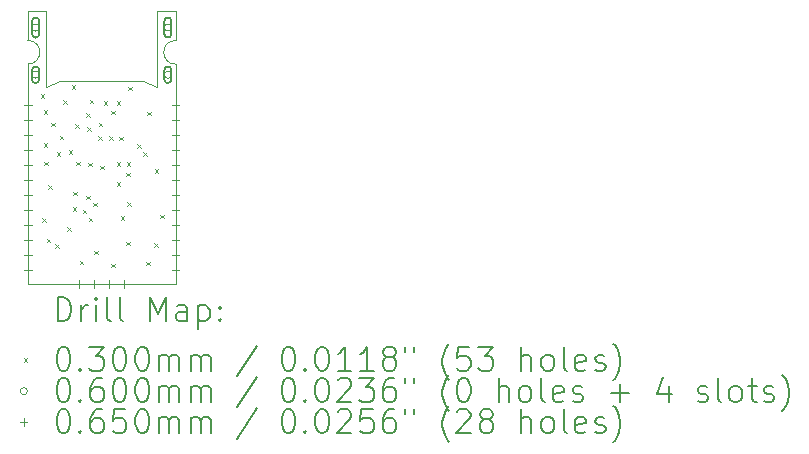
<source format=gbr>
%TF.GenerationSoftware,KiCad,Pcbnew,(6.0.8)*%
%TF.CreationDate,2022-10-30T22:36:45+01:00*%
%TF.ProjectId,epi,6570692e-6b69-4636-9164-5f7063625858,rev?*%
%TF.SameCoordinates,Original*%
%TF.FileFunction,Drillmap*%
%TF.FilePolarity,Positive*%
%FSLAX45Y45*%
G04 Gerber Fmt 4.5, Leading zero omitted, Abs format (unit mm)*
G04 Created by KiCad (PCBNEW (6.0.8)) date 2022-10-30 22:36:45*
%MOMM*%
%LPD*%
G01*
G04 APERTURE LIST*
%ADD10C,0.100000*%
%ADD11C,0.200000*%
%ADD12C,0.030000*%
%ADD13C,0.060000*%
%ADD14C,0.065000*%
G04 APERTURE END LIST*
D10*
X10625000Y-3630000D02*
X10625000Y-3880000D01*
X9375000Y-3630000D02*
X9375000Y-3880000D01*
X9530000Y-4270000D02*
X9650000Y-4220000D01*
X9650000Y-4220000D02*
X10350000Y-4220000D01*
X10625000Y-3880000D02*
G75*
G03*
X10625000Y-4080000I0J-100000D01*
G01*
X9375000Y-4080000D02*
G75*
G03*
X9375000Y-3880000I0J100000D01*
G01*
X10470000Y-3630000D02*
X10625000Y-3630000D01*
X10470000Y-4270000D02*
X10470000Y-3630000D01*
X10625000Y-5940000D02*
X10625000Y-4080000D01*
X9375000Y-5940000D02*
X10625000Y-5940000D01*
X9375000Y-4080000D02*
X9375000Y-5940000D01*
X9375000Y-3630000D02*
X9530000Y-3630000D01*
X9530000Y-3630000D02*
X9530000Y-4270000D01*
X10350000Y-4220000D02*
X10470000Y-4270000D01*
D11*
D12*
X9485000Y-4335000D02*
X9515000Y-4365000D01*
X9515000Y-4335000D02*
X9485000Y-4365000D01*
X9495000Y-5385000D02*
X9525000Y-5415000D01*
X9525000Y-5385000D02*
X9495000Y-5415000D01*
X9507056Y-4750629D02*
X9537056Y-4780629D01*
X9537056Y-4750629D02*
X9507056Y-4780629D01*
X9510000Y-4470000D02*
X9540000Y-4500000D01*
X9540000Y-4470000D02*
X9510000Y-4500000D01*
X9515000Y-4905000D02*
X9545000Y-4935000D01*
X9545000Y-4905000D02*
X9515000Y-4935000D01*
X9535000Y-5560000D02*
X9565000Y-5590000D01*
X9565000Y-5560000D02*
X9535000Y-5590000D01*
X9545000Y-5105000D02*
X9575000Y-5135000D01*
X9575000Y-5105000D02*
X9545000Y-5135000D01*
X9570000Y-4575000D02*
X9600000Y-4605000D01*
X9600000Y-4575000D02*
X9570000Y-4605000D01*
X9605000Y-5605000D02*
X9635000Y-5635000D01*
X9635000Y-5605000D02*
X9605000Y-5635000D01*
X9620000Y-4825000D02*
X9650000Y-4855000D01*
X9650000Y-4825000D02*
X9620000Y-4855000D01*
X9645000Y-4685000D02*
X9675000Y-4715000D01*
X9675000Y-4685000D02*
X9645000Y-4715000D01*
X9675000Y-4385000D02*
X9705000Y-4415000D01*
X9705000Y-4385000D02*
X9675000Y-4415000D01*
X9710000Y-5460000D02*
X9740000Y-5490000D01*
X9740000Y-5460000D02*
X9710000Y-5490000D01*
X9720000Y-4810000D02*
X9750000Y-4840000D01*
X9750000Y-4810000D02*
X9720000Y-4840000D01*
X9745000Y-4260000D02*
X9775000Y-4290000D01*
X9775000Y-4260000D02*
X9745000Y-4290000D01*
X9755000Y-5290000D02*
X9785000Y-5320000D01*
X9785000Y-5290000D02*
X9755000Y-5320000D01*
X9760000Y-5160000D02*
X9790000Y-5190000D01*
X9790000Y-5160000D02*
X9760000Y-5190000D01*
X9775000Y-4590000D02*
X9805000Y-4620000D01*
X9805000Y-4590000D02*
X9775000Y-4620000D01*
X9785000Y-4905000D02*
X9815000Y-4935000D01*
X9815000Y-4905000D02*
X9785000Y-4935000D01*
X9815000Y-5745000D02*
X9845000Y-5775000D01*
X9845000Y-5745000D02*
X9815000Y-5775000D01*
X9840000Y-5315000D02*
X9870000Y-5345000D01*
X9870000Y-5315000D02*
X9840000Y-5345000D01*
X9870000Y-4495000D02*
X9900000Y-4525000D01*
X9900000Y-4495000D02*
X9870000Y-4525000D01*
X9870000Y-5195000D02*
X9900000Y-5225000D01*
X9900000Y-5195000D02*
X9870000Y-5225000D01*
X9875000Y-4615000D02*
X9905000Y-4645000D01*
X9905000Y-4615000D02*
X9875000Y-4645000D01*
X9885000Y-4915000D02*
X9915000Y-4945000D01*
X9915000Y-4915000D02*
X9885000Y-4945000D01*
X9890000Y-5380000D02*
X9920000Y-5410000D01*
X9920000Y-5380000D02*
X9890000Y-5410000D01*
X9900000Y-4380000D02*
X9930000Y-4410000D01*
X9930000Y-4380000D02*
X9900000Y-4410000D01*
X9930000Y-5255000D02*
X9960000Y-5285000D01*
X9960000Y-5255000D02*
X9930000Y-5285000D01*
X9935000Y-5660000D02*
X9965000Y-5690000D01*
X9965000Y-5660000D02*
X9935000Y-5690000D01*
X9970000Y-4690000D02*
X10000000Y-4720000D01*
X10000000Y-4690000D02*
X9970000Y-4720000D01*
X9975000Y-4575000D02*
X10005000Y-4605000D01*
X10005000Y-4575000D02*
X9975000Y-4605000D01*
X9985000Y-4940000D02*
X10015000Y-4970000D01*
X10015000Y-4940000D02*
X9985000Y-4970000D01*
X10015000Y-4395000D02*
X10045000Y-4425000D01*
X10045000Y-4395000D02*
X10015000Y-4425000D01*
X10065000Y-4690000D02*
X10095000Y-4720000D01*
X10095000Y-4690000D02*
X10065000Y-4720000D01*
X10080000Y-4475000D02*
X10110000Y-4505000D01*
X10110000Y-4475000D02*
X10080000Y-4505000D01*
X10080000Y-5770000D02*
X10110000Y-5800000D01*
X10110000Y-5770000D02*
X10080000Y-5800000D01*
X10125000Y-4395000D02*
X10155000Y-4425000D01*
X10155000Y-4395000D02*
X10125000Y-4425000D01*
X10125000Y-4910000D02*
X10155000Y-4940000D01*
X10155000Y-4910000D02*
X10125000Y-4940000D01*
X10125000Y-5080000D02*
X10155000Y-5110000D01*
X10155000Y-5080000D02*
X10125000Y-5110000D01*
X10150000Y-4695000D02*
X10180000Y-4725000D01*
X10180000Y-4695000D02*
X10150000Y-4725000D01*
X10160000Y-5370000D02*
X10190000Y-5400000D01*
X10190000Y-5370000D02*
X10160000Y-5400000D01*
X10205000Y-5000000D02*
X10235000Y-5030000D01*
X10235000Y-5000000D02*
X10205000Y-5030000D01*
X10205000Y-5585000D02*
X10235000Y-5615000D01*
X10235000Y-5585000D02*
X10205000Y-5615000D01*
X10212500Y-4912500D02*
X10242500Y-4942500D01*
X10242500Y-4912500D02*
X10212500Y-4942500D01*
X10215000Y-5250000D02*
X10245000Y-5280000D01*
X10245000Y-5250000D02*
X10215000Y-5280000D01*
X10225000Y-4270000D02*
X10255000Y-4300000D01*
X10255000Y-4270000D02*
X10225000Y-4300000D01*
X10300000Y-4760000D02*
X10330000Y-4790000D01*
X10330000Y-4760000D02*
X10300000Y-4790000D01*
X10350000Y-4825000D02*
X10380000Y-4855000D01*
X10380000Y-4825000D02*
X10350000Y-4855000D01*
X10375000Y-5755000D02*
X10405000Y-5785000D01*
X10405000Y-5755000D02*
X10375000Y-5785000D01*
X10385000Y-4485000D02*
X10415000Y-4515000D01*
X10415000Y-4485000D02*
X10385000Y-4515000D01*
X10445000Y-5595000D02*
X10475000Y-5625000D01*
X10475000Y-5595000D02*
X10445000Y-5625000D01*
X10448500Y-4971500D02*
X10478500Y-5001500D01*
X10478500Y-4971500D02*
X10448500Y-5001500D01*
X10495000Y-5355000D02*
X10525000Y-5385000D01*
X10525000Y-5355000D02*
X10495000Y-5385000D01*
D13*
X9470000Y-3770500D02*
G75*
G03*
X9470000Y-3770500I-30000J0D01*
G01*
D11*
X9410000Y-3715500D02*
X9410000Y-3825500D01*
X9470000Y-3715500D02*
X9470000Y-3825500D01*
X9410000Y-3825500D02*
G75*
G03*
X9470000Y-3825500I30000J0D01*
G01*
X9470000Y-3715500D02*
G75*
G03*
X9410000Y-3715500I-30000J0D01*
G01*
D13*
X9470000Y-4170500D02*
G75*
G03*
X9470000Y-4170500I-30000J0D01*
G01*
D11*
X9410000Y-4130500D02*
X9410000Y-4210500D01*
X9470000Y-4130500D02*
X9470000Y-4210500D01*
X9410000Y-4210500D02*
G75*
G03*
X9470000Y-4210500I30000J0D01*
G01*
X9470000Y-4130500D02*
G75*
G03*
X9410000Y-4130500I-30000J0D01*
G01*
D13*
X10590000Y-3770500D02*
G75*
G03*
X10590000Y-3770500I-30000J0D01*
G01*
D11*
X10530000Y-3715500D02*
X10530000Y-3825500D01*
X10590000Y-3715500D02*
X10590000Y-3825500D01*
X10530000Y-3825500D02*
G75*
G03*
X10590000Y-3825500I30000J0D01*
G01*
X10590000Y-3715500D02*
G75*
G03*
X10530000Y-3715500I-30000J0D01*
G01*
D13*
X10590000Y-4170500D02*
G75*
G03*
X10590000Y-4170500I-30000J0D01*
G01*
D11*
X10530000Y-4130500D02*
X10530000Y-4210500D01*
X10590000Y-4130500D02*
X10590000Y-4210500D01*
X10530000Y-4210500D02*
G75*
G03*
X10590000Y-4210500I30000J0D01*
G01*
X10590000Y-4130500D02*
G75*
G03*
X10530000Y-4130500I-30000J0D01*
G01*
D14*
X9375000Y-4392500D02*
X9375000Y-4457500D01*
X9342500Y-4425000D02*
X9407500Y-4425000D01*
X9375000Y-4519500D02*
X9375000Y-4584500D01*
X9342500Y-4552000D02*
X9407500Y-4552000D01*
X9375000Y-4646500D02*
X9375000Y-4711500D01*
X9342500Y-4679000D02*
X9407500Y-4679000D01*
X9375000Y-4773500D02*
X9375000Y-4838500D01*
X9342500Y-4806000D02*
X9407500Y-4806000D01*
X9375000Y-4900500D02*
X9375000Y-4965500D01*
X9342500Y-4933000D02*
X9407500Y-4933000D01*
X9375000Y-5027500D02*
X9375000Y-5092500D01*
X9342500Y-5060000D02*
X9407500Y-5060000D01*
X9375000Y-5154500D02*
X9375000Y-5219500D01*
X9342500Y-5187000D02*
X9407500Y-5187000D01*
X9375000Y-5281500D02*
X9375000Y-5346500D01*
X9342500Y-5314000D02*
X9407500Y-5314000D01*
X9375000Y-5408500D02*
X9375000Y-5473500D01*
X9342500Y-5441000D02*
X9407500Y-5441000D01*
X9375000Y-5535500D02*
X9375000Y-5600500D01*
X9342500Y-5568000D02*
X9407500Y-5568000D01*
X9375000Y-5662500D02*
X9375000Y-5727500D01*
X9342500Y-5695000D02*
X9407500Y-5695000D01*
X9375000Y-5789500D02*
X9375000Y-5854500D01*
X9342500Y-5822000D02*
X9407500Y-5822000D01*
X9809000Y-5907500D02*
X9809000Y-5972500D01*
X9776500Y-5940000D02*
X9841500Y-5940000D01*
X9936000Y-5907500D02*
X9936000Y-5972500D01*
X9903500Y-5940000D02*
X9968500Y-5940000D01*
X10063000Y-5907500D02*
X10063000Y-5972500D01*
X10030500Y-5940000D02*
X10095500Y-5940000D01*
X10190000Y-5907500D02*
X10190000Y-5972500D01*
X10157500Y-5940000D02*
X10222500Y-5940000D01*
X10625000Y-4392500D02*
X10625000Y-4457500D01*
X10592500Y-4425000D02*
X10657500Y-4425000D01*
X10625000Y-4519500D02*
X10625000Y-4584500D01*
X10592500Y-4552000D02*
X10657500Y-4552000D01*
X10625000Y-4646500D02*
X10625000Y-4711500D01*
X10592500Y-4679000D02*
X10657500Y-4679000D01*
X10625000Y-4773500D02*
X10625000Y-4838500D01*
X10592500Y-4806000D02*
X10657500Y-4806000D01*
X10625000Y-4900500D02*
X10625000Y-4965500D01*
X10592500Y-4933000D02*
X10657500Y-4933000D01*
X10625000Y-5027500D02*
X10625000Y-5092500D01*
X10592500Y-5060000D02*
X10657500Y-5060000D01*
X10625000Y-5154500D02*
X10625000Y-5219500D01*
X10592500Y-5187000D02*
X10657500Y-5187000D01*
X10625000Y-5281500D02*
X10625000Y-5346500D01*
X10592500Y-5314000D02*
X10657500Y-5314000D01*
X10625000Y-5408500D02*
X10625000Y-5473500D01*
X10592500Y-5441000D02*
X10657500Y-5441000D01*
X10625000Y-5535500D02*
X10625000Y-5600500D01*
X10592500Y-5568000D02*
X10657500Y-5568000D01*
X10625000Y-5662500D02*
X10625000Y-5727500D01*
X10592500Y-5695000D02*
X10657500Y-5695000D01*
X10625000Y-5789500D02*
X10625000Y-5854500D01*
X10592500Y-5822000D02*
X10657500Y-5822000D01*
D11*
X9627619Y-6255476D02*
X9627619Y-6055476D01*
X9675238Y-6055476D01*
X9703810Y-6065000D01*
X9722857Y-6084048D01*
X9732381Y-6103095D01*
X9741905Y-6141190D01*
X9741905Y-6169762D01*
X9732381Y-6207857D01*
X9722857Y-6226905D01*
X9703810Y-6245952D01*
X9675238Y-6255476D01*
X9627619Y-6255476D01*
X9827619Y-6255476D02*
X9827619Y-6122143D01*
X9827619Y-6160238D02*
X9837143Y-6141190D01*
X9846667Y-6131667D01*
X9865714Y-6122143D01*
X9884762Y-6122143D01*
X9951429Y-6255476D02*
X9951429Y-6122143D01*
X9951429Y-6055476D02*
X9941905Y-6065000D01*
X9951429Y-6074524D01*
X9960952Y-6065000D01*
X9951429Y-6055476D01*
X9951429Y-6074524D01*
X10075238Y-6255476D02*
X10056190Y-6245952D01*
X10046667Y-6226905D01*
X10046667Y-6055476D01*
X10180000Y-6255476D02*
X10160952Y-6245952D01*
X10151429Y-6226905D01*
X10151429Y-6055476D01*
X10408571Y-6255476D02*
X10408571Y-6055476D01*
X10475238Y-6198333D01*
X10541905Y-6055476D01*
X10541905Y-6255476D01*
X10722857Y-6255476D02*
X10722857Y-6150714D01*
X10713333Y-6131667D01*
X10694286Y-6122143D01*
X10656190Y-6122143D01*
X10637143Y-6131667D01*
X10722857Y-6245952D02*
X10703810Y-6255476D01*
X10656190Y-6255476D01*
X10637143Y-6245952D01*
X10627619Y-6226905D01*
X10627619Y-6207857D01*
X10637143Y-6188809D01*
X10656190Y-6179286D01*
X10703810Y-6179286D01*
X10722857Y-6169762D01*
X10818095Y-6122143D02*
X10818095Y-6322143D01*
X10818095Y-6131667D02*
X10837143Y-6122143D01*
X10875238Y-6122143D01*
X10894286Y-6131667D01*
X10903810Y-6141190D01*
X10913333Y-6160238D01*
X10913333Y-6217381D01*
X10903810Y-6236428D01*
X10894286Y-6245952D01*
X10875238Y-6255476D01*
X10837143Y-6255476D01*
X10818095Y-6245952D01*
X10999048Y-6236428D02*
X11008571Y-6245952D01*
X10999048Y-6255476D01*
X10989524Y-6245952D01*
X10999048Y-6236428D01*
X10999048Y-6255476D01*
X10999048Y-6131667D02*
X11008571Y-6141190D01*
X10999048Y-6150714D01*
X10989524Y-6141190D01*
X10999048Y-6131667D01*
X10999048Y-6150714D01*
D12*
X9340000Y-6570000D02*
X9370000Y-6600000D01*
X9370000Y-6570000D02*
X9340000Y-6600000D01*
D11*
X9665714Y-6475476D02*
X9684762Y-6475476D01*
X9703810Y-6485000D01*
X9713333Y-6494524D01*
X9722857Y-6513571D01*
X9732381Y-6551667D01*
X9732381Y-6599286D01*
X9722857Y-6637381D01*
X9713333Y-6656428D01*
X9703810Y-6665952D01*
X9684762Y-6675476D01*
X9665714Y-6675476D01*
X9646667Y-6665952D01*
X9637143Y-6656428D01*
X9627619Y-6637381D01*
X9618095Y-6599286D01*
X9618095Y-6551667D01*
X9627619Y-6513571D01*
X9637143Y-6494524D01*
X9646667Y-6485000D01*
X9665714Y-6475476D01*
X9818095Y-6656428D02*
X9827619Y-6665952D01*
X9818095Y-6675476D01*
X9808571Y-6665952D01*
X9818095Y-6656428D01*
X9818095Y-6675476D01*
X9894286Y-6475476D02*
X10018095Y-6475476D01*
X9951429Y-6551667D01*
X9980000Y-6551667D01*
X9999048Y-6561190D01*
X10008571Y-6570714D01*
X10018095Y-6589762D01*
X10018095Y-6637381D01*
X10008571Y-6656428D01*
X9999048Y-6665952D01*
X9980000Y-6675476D01*
X9922857Y-6675476D01*
X9903810Y-6665952D01*
X9894286Y-6656428D01*
X10141905Y-6475476D02*
X10160952Y-6475476D01*
X10180000Y-6485000D01*
X10189524Y-6494524D01*
X10199048Y-6513571D01*
X10208571Y-6551667D01*
X10208571Y-6599286D01*
X10199048Y-6637381D01*
X10189524Y-6656428D01*
X10180000Y-6665952D01*
X10160952Y-6675476D01*
X10141905Y-6675476D01*
X10122857Y-6665952D01*
X10113333Y-6656428D01*
X10103810Y-6637381D01*
X10094286Y-6599286D01*
X10094286Y-6551667D01*
X10103810Y-6513571D01*
X10113333Y-6494524D01*
X10122857Y-6485000D01*
X10141905Y-6475476D01*
X10332381Y-6475476D02*
X10351429Y-6475476D01*
X10370476Y-6485000D01*
X10380000Y-6494524D01*
X10389524Y-6513571D01*
X10399048Y-6551667D01*
X10399048Y-6599286D01*
X10389524Y-6637381D01*
X10380000Y-6656428D01*
X10370476Y-6665952D01*
X10351429Y-6675476D01*
X10332381Y-6675476D01*
X10313333Y-6665952D01*
X10303810Y-6656428D01*
X10294286Y-6637381D01*
X10284762Y-6599286D01*
X10284762Y-6551667D01*
X10294286Y-6513571D01*
X10303810Y-6494524D01*
X10313333Y-6485000D01*
X10332381Y-6475476D01*
X10484762Y-6675476D02*
X10484762Y-6542143D01*
X10484762Y-6561190D02*
X10494286Y-6551667D01*
X10513333Y-6542143D01*
X10541905Y-6542143D01*
X10560952Y-6551667D01*
X10570476Y-6570714D01*
X10570476Y-6675476D01*
X10570476Y-6570714D02*
X10580000Y-6551667D01*
X10599048Y-6542143D01*
X10627619Y-6542143D01*
X10646667Y-6551667D01*
X10656190Y-6570714D01*
X10656190Y-6675476D01*
X10751429Y-6675476D02*
X10751429Y-6542143D01*
X10751429Y-6561190D02*
X10760952Y-6551667D01*
X10780000Y-6542143D01*
X10808571Y-6542143D01*
X10827619Y-6551667D01*
X10837143Y-6570714D01*
X10837143Y-6675476D01*
X10837143Y-6570714D02*
X10846667Y-6551667D01*
X10865714Y-6542143D01*
X10894286Y-6542143D01*
X10913333Y-6551667D01*
X10922857Y-6570714D01*
X10922857Y-6675476D01*
X11313333Y-6465952D02*
X11141905Y-6723095D01*
X11570476Y-6475476D02*
X11589524Y-6475476D01*
X11608571Y-6485000D01*
X11618095Y-6494524D01*
X11627619Y-6513571D01*
X11637143Y-6551667D01*
X11637143Y-6599286D01*
X11627619Y-6637381D01*
X11618095Y-6656428D01*
X11608571Y-6665952D01*
X11589524Y-6675476D01*
X11570476Y-6675476D01*
X11551428Y-6665952D01*
X11541905Y-6656428D01*
X11532381Y-6637381D01*
X11522857Y-6599286D01*
X11522857Y-6551667D01*
X11532381Y-6513571D01*
X11541905Y-6494524D01*
X11551428Y-6485000D01*
X11570476Y-6475476D01*
X11722857Y-6656428D02*
X11732381Y-6665952D01*
X11722857Y-6675476D01*
X11713333Y-6665952D01*
X11722857Y-6656428D01*
X11722857Y-6675476D01*
X11856190Y-6475476D02*
X11875238Y-6475476D01*
X11894286Y-6485000D01*
X11903809Y-6494524D01*
X11913333Y-6513571D01*
X11922857Y-6551667D01*
X11922857Y-6599286D01*
X11913333Y-6637381D01*
X11903809Y-6656428D01*
X11894286Y-6665952D01*
X11875238Y-6675476D01*
X11856190Y-6675476D01*
X11837143Y-6665952D01*
X11827619Y-6656428D01*
X11818095Y-6637381D01*
X11808571Y-6599286D01*
X11808571Y-6551667D01*
X11818095Y-6513571D01*
X11827619Y-6494524D01*
X11837143Y-6485000D01*
X11856190Y-6475476D01*
X12113333Y-6675476D02*
X11999048Y-6675476D01*
X12056190Y-6675476D02*
X12056190Y-6475476D01*
X12037143Y-6504048D01*
X12018095Y-6523095D01*
X11999048Y-6532619D01*
X12303809Y-6675476D02*
X12189524Y-6675476D01*
X12246667Y-6675476D02*
X12246667Y-6475476D01*
X12227619Y-6504048D01*
X12208571Y-6523095D01*
X12189524Y-6532619D01*
X12418095Y-6561190D02*
X12399048Y-6551667D01*
X12389524Y-6542143D01*
X12380000Y-6523095D01*
X12380000Y-6513571D01*
X12389524Y-6494524D01*
X12399048Y-6485000D01*
X12418095Y-6475476D01*
X12456190Y-6475476D01*
X12475238Y-6485000D01*
X12484762Y-6494524D01*
X12494286Y-6513571D01*
X12494286Y-6523095D01*
X12484762Y-6542143D01*
X12475238Y-6551667D01*
X12456190Y-6561190D01*
X12418095Y-6561190D01*
X12399048Y-6570714D01*
X12389524Y-6580238D01*
X12380000Y-6599286D01*
X12380000Y-6637381D01*
X12389524Y-6656428D01*
X12399048Y-6665952D01*
X12418095Y-6675476D01*
X12456190Y-6675476D01*
X12475238Y-6665952D01*
X12484762Y-6656428D01*
X12494286Y-6637381D01*
X12494286Y-6599286D01*
X12484762Y-6580238D01*
X12475238Y-6570714D01*
X12456190Y-6561190D01*
X12570476Y-6475476D02*
X12570476Y-6513571D01*
X12646667Y-6475476D02*
X12646667Y-6513571D01*
X12941905Y-6751667D02*
X12932381Y-6742143D01*
X12913333Y-6713571D01*
X12903809Y-6694524D01*
X12894286Y-6665952D01*
X12884762Y-6618333D01*
X12884762Y-6580238D01*
X12894286Y-6532619D01*
X12903809Y-6504048D01*
X12913333Y-6485000D01*
X12932381Y-6456428D01*
X12941905Y-6446905D01*
X13113333Y-6475476D02*
X13018095Y-6475476D01*
X13008571Y-6570714D01*
X13018095Y-6561190D01*
X13037143Y-6551667D01*
X13084762Y-6551667D01*
X13103809Y-6561190D01*
X13113333Y-6570714D01*
X13122857Y-6589762D01*
X13122857Y-6637381D01*
X13113333Y-6656428D01*
X13103809Y-6665952D01*
X13084762Y-6675476D01*
X13037143Y-6675476D01*
X13018095Y-6665952D01*
X13008571Y-6656428D01*
X13189524Y-6475476D02*
X13313333Y-6475476D01*
X13246667Y-6551667D01*
X13275238Y-6551667D01*
X13294286Y-6561190D01*
X13303809Y-6570714D01*
X13313333Y-6589762D01*
X13313333Y-6637381D01*
X13303809Y-6656428D01*
X13294286Y-6665952D01*
X13275238Y-6675476D01*
X13218095Y-6675476D01*
X13199048Y-6665952D01*
X13189524Y-6656428D01*
X13551428Y-6675476D02*
X13551428Y-6475476D01*
X13637143Y-6675476D02*
X13637143Y-6570714D01*
X13627619Y-6551667D01*
X13608571Y-6542143D01*
X13580000Y-6542143D01*
X13560952Y-6551667D01*
X13551428Y-6561190D01*
X13760952Y-6675476D02*
X13741905Y-6665952D01*
X13732381Y-6656428D01*
X13722857Y-6637381D01*
X13722857Y-6580238D01*
X13732381Y-6561190D01*
X13741905Y-6551667D01*
X13760952Y-6542143D01*
X13789524Y-6542143D01*
X13808571Y-6551667D01*
X13818095Y-6561190D01*
X13827619Y-6580238D01*
X13827619Y-6637381D01*
X13818095Y-6656428D01*
X13808571Y-6665952D01*
X13789524Y-6675476D01*
X13760952Y-6675476D01*
X13941905Y-6675476D02*
X13922857Y-6665952D01*
X13913333Y-6646905D01*
X13913333Y-6475476D01*
X14094286Y-6665952D02*
X14075238Y-6675476D01*
X14037143Y-6675476D01*
X14018095Y-6665952D01*
X14008571Y-6646905D01*
X14008571Y-6570714D01*
X14018095Y-6551667D01*
X14037143Y-6542143D01*
X14075238Y-6542143D01*
X14094286Y-6551667D01*
X14103809Y-6570714D01*
X14103809Y-6589762D01*
X14008571Y-6608809D01*
X14180000Y-6665952D02*
X14199048Y-6675476D01*
X14237143Y-6675476D01*
X14256190Y-6665952D01*
X14265714Y-6646905D01*
X14265714Y-6637381D01*
X14256190Y-6618333D01*
X14237143Y-6608809D01*
X14208571Y-6608809D01*
X14189524Y-6599286D01*
X14180000Y-6580238D01*
X14180000Y-6570714D01*
X14189524Y-6551667D01*
X14208571Y-6542143D01*
X14237143Y-6542143D01*
X14256190Y-6551667D01*
X14332381Y-6751667D02*
X14341905Y-6742143D01*
X14360952Y-6713571D01*
X14370476Y-6694524D01*
X14380000Y-6665952D01*
X14389524Y-6618333D01*
X14389524Y-6580238D01*
X14380000Y-6532619D01*
X14370476Y-6504048D01*
X14360952Y-6485000D01*
X14341905Y-6456428D01*
X14332381Y-6446905D01*
D13*
X9370000Y-6849000D02*
G75*
G03*
X9370000Y-6849000I-30000J0D01*
G01*
D11*
X9665714Y-6739476D02*
X9684762Y-6739476D01*
X9703810Y-6749000D01*
X9713333Y-6758524D01*
X9722857Y-6777571D01*
X9732381Y-6815667D01*
X9732381Y-6863286D01*
X9722857Y-6901381D01*
X9713333Y-6920428D01*
X9703810Y-6929952D01*
X9684762Y-6939476D01*
X9665714Y-6939476D01*
X9646667Y-6929952D01*
X9637143Y-6920428D01*
X9627619Y-6901381D01*
X9618095Y-6863286D01*
X9618095Y-6815667D01*
X9627619Y-6777571D01*
X9637143Y-6758524D01*
X9646667Y-6749000D01*
X9665714Y-6739476D01*
X9818095Y-6920428D02*
X9827619Y-6929952D01*
X9818095Y-6939476D01*
X9808571Y-6929952D01*
X9818095Y-6920428D01*
X9818095Y-6939476D01*
X9999048Y-6739476D02*
X9960952Y-6739476D01*
X9941905Y-6749000D01*
X9932381Y-6758524D01*
X9913333Y-6787095D01*
X9903810Y-6825190D01*
X9903810Y-6901381D01*
X9913333Y-6920428D01*
X9922857Y-6929952D01*
X9941905Y-6939476D01*
X9980000Y-6939476D01*
X9999048Y-6929952D01*
X10008571Y-6920428D01*
X10018095Y-6901381D01*
X10018095Y-6853762D01*
X10008571Y-6834714D01*
X9999048Y-6825190D01*
X9980000Y-6815667D01*
X9941905Y-6815667D01*
X9922857Y-6825190D01*
X9913333Y-6834714D01*
X9903810Y-6853762D01*
X10141905Y-6739476D02*
X10160952Y-6739476D01*
X10180000Y-6749000D01*
X10189524Y-6758524D01*
X10199048Y-6777571D01*
X10208571Y-6815667D01*
X10208571Y-6863286D01*
X10199048Y-6901381D01*
X10189524Y-6920428D01*
X10180000Y-6929952D01*
X10160952Y-6939476D01*
X10141905Y-6939476D01*
X10122857Y-6929952D01*
X10113333Y-6920428D01*
X10103810Y-6901381D01*
X10094286Y-6863286D01*
X10094286Y-6815667D01*
X10103810Y-6777571D01*
X10113333Y-6758524D01*
X10122857Y-6749000D01*
X10141905Y-6739476D01*
X10332381Y-6739476D02*
X10351429Y-6739476D01*
X10370476Y-6749000D01*
X10380000Y-6758524D01*
X10389524Y-6777571D01*
X10399048Y-6815667D01*
X10399048Y-6863286D01*
X10389524Y-6901381D01*
X10380000Y-6920428D01*
X10370476Y-6929952D01*
X10351429Y-6939476D01*
X10332381Y-6939476D01*
X10313333Y-6929952D01*
X10303810Y-6920428D01*
X10294286Y-6901381D01*
X10284762Y-6863286D01*
X10284762Y-6815667D01*
X10294286Y-6777571D01*
X10303810Y-6758524D01*
X10313333Y-6749000D01*
X10332381Y-6739476D01*
X10484762Y-6939476D02*
X10484762Y-6806143D01*
X10484762Y-6825190D02*
X10494286Y-6815667D01*
X10513333Y-6806143D01*
X10541905Y-6806143D01*
X10560952Y-6815667D01*
X10570476Y-6834714D01*
X10570476Y-6939476D01*
X10570476Y-6834714D02*
X10580000Y-6815667D01*
X10599048Y-6806143D01*
X10627619Y-6806143D01*
X10646667Y-6815667D01*
X10656190Y-6834714D01*
X10656190Y-6939476D01*
X10751429Y-6939476D02*
X10751429Y-6806143D01*
X10751429Y-6825190D02*
X10760952Y-6815667D01*
X10780000Y-6806143D01*
X10808571Y-6806143D01*
X10827619Y-6815667D01*
X10837143Y-6834714D01*
X10837143Y-6939476D01*
X10837143Y-6834714D02*
X10846667Y-6815667D01*
X10865714Y-6806143D01*
X10894286Y-6806143D01*
X10913333Y-6815667D01*
X10922857Y-6834714D01*
X10922857Y-6939476D01*
X11313333Y-6729952D02*
X11141905Y-6987095D01*
X11570476Y-6739476D02*
X11589524Y-6739476D01*
X11608571Y-6749000D01*
X11618095Y-6758524D01*
X11627619Y-6777571D01*
X11637143Y-6815667D01*
X11637143Y-6863286D01*
X11627619Y-6901381D01*
X11618095Y-6920428D01*
X11608571Y-6929952D01*
X11589524Y-6939476D01*
X11570476Y-6939476D01*
X11551428Y-6929952D01*
X11541905Y-6920428D01*
X11532381Y-6901381D01*
X11522857Y-6863286D01*
X11522857Y-6815667D01*
X11532381Y-6777571D01*
X11541905Y-6758524D01*
X11551428Y-6749000D01*
X11570476Y-6739476D01*
X11722857Y-6920428D02*
X11732381Y-6929952D01*
X11722857Y-6939476D01*
X11713333Y-6929952D01*
X11722857Y-6920428D01*
X11722857Y-6939476D01*
X11856190Y-6739476D02*
X11875238Y-6739476D01*
X11894286Y-6749000D01*
X11903809Y-6758524D01*
X11913333Y-6777571D01*
X11922857Y-6815667D01*
X11922857Y-6863286D01*
X11913333Y-6901381D01*
X11903809Y-6920428D01*
X11894286Y-6929952D01*
X11875238Y-6939476D01*
X11856190Y-6939476D01*
X11837143Y-6929952D01*
X11827619Y-6920428D01*
X11818095Y-6901381D01*
X11808571Y-6863286D01*
X11808571Y-6815667D01*
X11818095Y-6777571D01*
X11827619Y-6758524D01*
X11837143Y-6749000D01*
X11856190Y-6739476D01*
X11999048Y-6758524D02*
X12008571Y-6749000D01*
X12027619Y-6739476D01*
X12075238Y-6739476D01*
X12094286Y-6749000D01*
X12103809Y-6758524D01*
X12113333Y-6777571D01*
X12113333Y-6796619D01*
X12103809Y-6825190D01*
X11989524Y-6939476D01*
X12113333Y-6939476D01*
X12180000Y-6739476D02*
X12303809Y-6739476D01*
X12237143Y-6815667D01*
X12265714Y-6815667D01*
X12284762Y-6825190D01*
X12294286Y-6834714D01*
X12303809Y-6853762D01*
X12303809Y-6901381D01*
X12294286Y-6920428D01*
X12284762Y-6929952D01*
X12265714Y-6939476D01*
X12208571Y-6939476D01*
X12189524Y-6929952D01*
X12180000Y-6920428D01*
X12475238Y-6739476D02*
X12437143Y-6739476D01*
X12418095Y-6749000D01*
X12408571Y-6758524D01*
X12389524Y-6787095D01*
X12380000Y-6825190D01*
X12380000Y-6901381D01*
X12389524Y-6920428D01*
X12399048Y-6929952D01*
X12418095Y-6939476D01*
X12456190Y-6939476D01*
X12475238Y-6929952D01*
X12484762Y-6920428D01*
X12494286Y-6901381D01*
X12494286Y-6853762D01*
X12484762Y-6834714D01*
X12475238Y-6825190D01*
X12456190Y-6815667D01*
X12418095Y-6815667D01*
X12399048Y-6825190D01*
X12389524Y-6834714D01*
X12380000Y-6853762D01*
X12570476Y-6739476D02*
X12570476Y-6777571D01*
X12646667Y-6739476D02*
X12646667Y-6777571D01*
X12941905Y-7015667D02*
X12932381Y-7006143D01*
X12913333Y-6977571D01*
X12903809Y-6958524D01*
X12894286Y-6929952D01*
X12884762Y-6882333D01*
X12884762Y-6844238D01*
X12894286Y-6796619D01*
X12903809Y-6768048D01*
X12913333Y-6749000D01*
X12932381Y-6720428D01*
X12941905Y-6710905D01*
X13056190Y-6739476D02*
X13075238Y-6739476D01*
X13094286Y-6749000D01*
X13103809Y-6758524D01*
X13113333Y-6777571D01*
X13122857Y-6815667D01*
X13122857Y-6863286D01*
X13113333Y-6901381D01*
X13103809Y-6920428D01*
X13094286Y-6929952D01*
X13075238Y-6939476D01*
X13056190Y-6939476D01*
X13037143Y-6929952D01*
X13027619Y-6920428D01*
X13018095Y-6901381D01*
X13008571Y-6863286D01*
X13008571Y-6815667D01*
X13018095Y-6777571D01*
X13027619Y-6758524D01*
X13037143Y-6749000D01*
X13056190Y-6739476D01*
X13360952Y-6939476D02*
X13360952Y-6739476D01*
X13446667Y-6939476D02*
X13446667Y-6834714D01*
X13437143Y-6815667D01*
X13418095Y-6806143D01*
X13389524Y-6806143D01*
X13370476Y-6815667D01*
X13360952Y-6825190D01*
X13570476Y-6939476D02*
X13551428Y-6929952D01*
X13541905Y-6920428D01*
X13532381Y-6901381D01*
X13532381Y-6844238D01*
X13541905Y-6825190D01*
X13551428Y-6815667D01*
X13570476Y-6806143D01*
X13599048Y-6806143D01*
X13618095Y-6815667D01*
X13627619Y-6825190D01*
X13637143Y-6844238D01*
X13637143Y-6901381D01*
X13627619Y-6920428D01*
X13618095Y-6929952D01*
X13599048Y-6939476D01*
X13570476Y-6939476D01*
X13751428Y-6939476D02*
X13732381Y-6929952D01*
X13722857Y-6910905D01*
X13722857Y-6739476D01*
X13903809Y-6929952D02*
X13884762Y-6939476D01*
X13846667Y-6939476D01*
X13827619Y-6929952D01*
X13818095Y-6910905D01*
X13818095Y-6834714D01*
X13827619Y-6815667D01*
X13846667Y-6806143D01*
X13884762Y-6806143D01*
X13903809Y-6815667D01*
X13913333Y-6834714D01*
X13913333Y-6853762D01*
X13818095Y-6872809D01*
X13989524Y-6929952D02*
X14008571Y-6939476D01*
X14046667Y-6939476D01*
X14065714Y-6929952D01*
X14075238Y-6910905D01*
X14075238Y-6901381D01*
X14065714Y-6882333D01*
X14046667Y-6872809D01*
X14018095Y-6872809D01*
X13999048Y-6863286D01*
X13989524Y-6844238D01*
X13989524Y-6834714D01*
X13999048Y-6815667D01*
X14018095Y-6806143D01*
X14046667Y-6806143D01*
X14065714Y-6815667D01*
X14313333Y-6863286D02*
X14465714Y-6863286D01*
X14389524Y-6939476D02*
X14389524Y-6787095D01*
X14799048Y-6806143D02*
X14799048Y-6939476D01*
X14751428Y-6729952D02*
X14703809Y-6872809D01*
X14827619Y-6872809D01*
X15046667Y-6929952D02*
X15065714Y-6939476D01*
X15103809Y-6939476D01*
X15122857Y-6929952D01*
X15132381Y-6910905D01*
X15132381Y-6901381D01*
X15122857Y-6882333D01*
X15103809Y-6872809D01*
X15075238Y-6872809D01*
X15056190Y-6863286D01*
X15046667Y-6844238D01*
X15046667Y-6834714D01*
X15056190Y-6815667D01*
X15075238Y-6806143D01*
X15103809Y-6806143D01*
X15122857Y-6815667D01*
X15246667Y-6939476D02*
X15227619Y-6929952D01*
X15218095Y-6910905D01*
X15218095Y-6739476D01*
X15351428Y-6939476D02*
X15332381Y-6929952D01*
X15322857Y-6920428D01*
X15313333Y-6901381D01*
X15313333Y-6844238D01*
X15322857Y-6825190D01*
X15332381Y-6815667D01*
X15351428Y-6806143D01*
X15380000Y-6806143D01*
X15399048Y-6815667D01*
X15408571Y-6825190D01*
X15418095Y-6844238D01*
X15418095Y-6901381D01*
X15408571Y-6920428D01*
X15399048Y-6929952D01*
X15380000Y-6939476D01*
X15351428Y-6939476D01*
X15475238Y-6806143D02*
X15551428Y-6806143D01*
X15503809Y-6739476D02*
X15503809Y-6910905D01*
X15513333Y-6929952D01*
X15532381Y-6939476D01*
X15551428Y-6939476D01*
X15608571Y-6929952D02*
X15627619Y-6939476D01*
X15665714Y-6939476D01*
X15684762Y-6929952D01*
X15694286Y-6910905D01*
X15694286Y-6901381D01*
X15684762Y-6882333D01*
X15665714Y-6872809D01*
X15637143Y-6872809D01*
X15618095Y-6863286D01*
X15608571Y-6844238D01*
X15608571Y-6834714D01*
X15618095Y-6815667D01*
X15637143Y-6806143D01*
X15665714Y-6806143D01*
X15684762Y-6815667D01*
X15760952Y-7015667D02*
X15770476Y-7006143D01*
X15789524Y-6977571D01*
X15799048Y-6958524D01*
X15808571Y-6929952D01*
X15818095Y-6882333D01*
X15818095Y-6844238D01*
X15808571Y-6796619D01*
X15799048Y-6768048D01*
X15789524Y-6749000D01*
X15770476Y-6720428D01*
X15760952Y-6710905D01*
D14*
X9337500Y-7080500D02*
X9337500Y-7145500D01*
X9305000Y-7113000D02*
X9370000Y-7113000D01*
D11*
X9665714Y-7003476D02*
X9684762Y-7003476D01*
X9703810Y-7013000D01*
X9713333Y-7022524D01*
X9722857Y-7041571D01*
X9732381Y-7079667D01*
X9732381Y-7127286D01*
X9722857Y-7165381D01*
X9713333Y-7184428D01*
X9703810Y-7193952D01*
X9684762Y-7203476D01*
X9665714Y-7203476D01*
X9646667Y-7193952D01*
X9637143Y-7184428D01*
X9627619Y-7165381D01*
X9618095Y-7127286D01*
X9618095Y-7079667D01*
X9627619Y-7041571D01*
X9637143Y-7022524D01*
X9646667Y-7013000D01*
X9665714Y-7003476D01*
X9818095Y-7184428D02*
X9827619Y-7193952D01*
X9818095Y-7203476D01*
X9808571Y-7193952D01*
X9818095Y-7184428D01*
X9818095Y-7203476D01*
X9999048Y-7003476D02*
X9960952Y-7003476D01*
X9941905Y-7013000D01*
X9932381Y-7022524D01*
X9913333Y-7051095D01*
X9903810Y-7089190D01*
X9903810Y-7165381D01*
X9913333Y-7184428D01*
X9922857Y-7193952D01*
X9941905Y-7203476D01*
X9980000Y-7203476D01*
X9999048Y-7193952D01*
X10008571Y-7184428D01*
X10018095Y-7165381D01*
X10018095Y-7117762D01*
X10008571Y-7098714D01*
X9999048Y-7089190D01*
X9980000Y-7079667D01*
X9941905Y-7079667D01*
X9922857Y-7089190D01*
X9913333Y-7098714D01*
X9903810Y-7117762D01*
X10199048Y-7003476D02*
X10103810Y-7003476D01*
X10094286Y-7098714D01*
X10103810Y-7089190D01*
X10122857Y-7079667D01*
X10170476Y-7079667D01*
X10189524Y-7089190D01*
X10199048Y-7098714D01*
X10208571Y-7117762D01*
X10208571Y-7165381D01*
X10199048Y-7184428D01*
X10189524Y-7193952D01*
X10170476Y-7203476D01*
X10122857Y-7203476D01*
X10103810Y-7193952D01*
X10094286Y-7184428D01*
X10332381Y-7003476D02*
X10351429Y-7003476D01*
X10370476Y-7013000D01*
X10380000Y-7022524D01*
X10389524Y-7041571D01*
X10399048Y-7079667D01*
X10399048Y-7127286D01*
X10389524Y-7165381D01*
X10380000Y-7184428D01*
X10370476Y-7193952D01*
X10351429Y-7203476D01*
X10332381Y-7203476D01*
X10313333Y-7193952D01*
X10303810Y-7184428D01*
X10294286Y-7165381D01*
X10284762Y-7127286D01*
X10284762Y-7079667D01*
X10294286Y-7041571D01*
X10303810Y-7022524D01*
X10313333Y-7013000D01*
X10332381Y-7003476D01*
X10484762Y-7203476D02*
X10484762Y-7070143D01*
X10484762Y-7089190D02*
X10494286Y-7079667D01*
X10513333Y-7070143D01*
X10541905Y-7070143D01*
X10560952Y-7079667D01*
X10570476Y-7098714D01*
X10570476Y-7203476D01*
X10570476Y-7098714D02*
X10580000Y-7079667D01*
X10599048Y-7070143D01*
X10627619Y-7070143D01*
X10646667Y-7079667D01*
X10656190Y-7098714D01*
X10656190Y-7203476D01*
X10751429Y-7203476D02*
X10751429Y-7070143D01*
X10751429Y-7089190D02*
X10760952Y-7079667D01*
X10780000Y-7070143D01*
X10808571Y-7070143D01*
X10827619Y-7079667D01*
X10837143Y-7098714D01*
X10837143Y-7203476D01*
X10837143Y-7098714D02*
X10846667Y-7079667D01*
X10865714Y-7070143D01*
X10894286Y-7070143D01*
X10913333Y-7079667D01*
X10922857Y-7098714D01*
X10922857Y-7203476D01*
X11313333Y-6993952D02*
X11141905Y-7251095D01*
X11570476Y-7003476D02*
X11589524Y-7003476D01*
X11608571Y-7013000D01*
X11618095Y-7022524D01*
X11627619Y-7041571D01*
X11637143Y-7079667D01*
X11637143Y-7127286D01*
X11627619Y-7165381D01*
X11618095Y-7184428D01*
X11608571Y-7193952D01*
X11589524Y-7203476D01*
X11570476Y-7203476D01*
X11551428Y-7193952D01*
X11541905Y-7184428D01*
X11532381Y-7165381D01*
X11522857Y-7127286D01*
X11522857Y-7079667D01*
X11532381Y-7041571D01*
X11541905Y-7022524D01*
X11551428Y-7013000D01*
X11570476Y-7003476D01*
X11722857Y-7184428D02*
X11732381Y-7193952D01*
X11722857Y-7203476D01*
X11713333Y-7193952D01*
X11722857Y-7184428D01*
X11722857Y-7203476D01*
X11856190Y-7003476D02*
X11875238Y-7003476D01*
X11894286Y-7013000D01*
X11903809Y-7022524D01*
X11913333Y-7041571D01*
X11922857Y-7079667D01*
X11922857Y-7127286D01*
X11913333Y-7165381D01*
X11903809Y-7184428D01*
X11894286Y-7193952D01*
X11875238Y-7203476D01*
X11856190Y-7203476D01*
X11837143Y-7193952D01*
X11827619Y-7184428D01*
X11818095Y-7165381D01*
X11808571Y-7127286D01*
X11808571Y-7079667D01*
X11818095Y-7041571D01*
X11827619Y-7022524D01*
X11837143Y-7013000D01*
X11856190Y-7003476D01*
X11999048Y-7022524D02*
X12008571Y-7013000D01*
X12027619Y-7003476D01*
X12075238Y-7003476D01*
X12094286Y-7013000D01*
X12103809Y-7022524D01*
X12113333Y-7041571D01*
X12113333Y-7060619D01*
X12103809Y-7089190D01*
X11989524Y-7203476D01*
X12113333Y-7203476D01*
X12294286Y-7003476D02*
X12199048Y-7003476D01*
X12189524Y-7098714D01*
X12199048Y-7089190D01*
X12218095Y-7079667D01*
X12265714Y-7079667D01*
X12284762Y-7089190D01*
X12294286Y-7098714D01*
X12303809Y-7117762D01*
X12303809Y-7165381D01*
X12294286Y-7184428D01*
X12284762Y-7193952D01*
X12265714Y-7203476D01*
X12218095Y-7203476D01*
X12199048Y-7193952D01*
X12189524Y-7184428D01*
X12475238Y-7003476D02*
X12437143Y-7003476D01*
X12418095Y-7013000D01*
X12408571Y-7022524D01*
X12389524Y-7051095D01*
X12380000Y-7089190D01*
X12380000Y-7165381D01*
X12389524Y-7184428D01*
X12399048Y-7193952D01*
X12418095Y-7203476D01*
X12456190Y-7203476D01*
X12475238Y-7193952D01*
X12484762Y-7184428D01*
X12494286Y-7165381D01*
X12494286Y-7117762D01*
X12484762Y-7098714D01*
X12475238Y-7089190D01*
X12456190Y-7079667D01*
X12418095Y-7079667D01*
X12399048Y-7089190D01*
X12389524Y-7098714D01*
X12380000Y-7117762D01*
X12570476Y-7003476D02*
X12570476Y-7041571D01*
X12646667Y-7003476D02*
X12646667Y-7041571D01*
X12941905Y-7279667D02*
X12932381Y-7270143D01*
X12913333Y-7241571D01*
X12903809Y-7222524D01*
X12894286Y-7193952D01*
X12884762Y-7146333D01*
X12884762Y-7108238D01*
X12894286Y-7060619D01*
X12903809Y-7032048D01*
X12913333Y-7013000D01*
X12932381Y-6984428D01*
X12941905Y-6974905D01*
X13008571Y-7022524D02*
X13018095Y-7013000D01*
X13037143Y-7003476D01*
X13084762Y-7003476D01*
X13103809Y-7013000D01*
X13113333Y-7022524D01*
X13122857Y-7041571D01*
X13122857Y-7060619D01*
X13113333Y-7089190D01*
X12999048Y-7203476D01*
X13122857Y-7203476D01*
X13237143Y-7089190D02*
X13218095Y-7079667D01*
X13208571Y-7070143D01*
X13199048Y-7051095D01*
X13199048Y-7041571D01*
X13208571Y-7022524D01*
X13218095Y-7013000D01*
X13237143Y-7003476D01*
X13275238Y-7003476D01*
X13294286Y-7013000D01*
X13303809Y-7022524D01*
X13313333Y-7041571D01*
X13313333Y-7051095D01*
X13303809Y-7070143D01*
X13294286Y-7079667D01*
X13275238Y-7089190D01*
X13237143Y-7089190D01*
X13218095Y-7098714D01*
X13208571Y-7108238D01*
X13199048Y-7127286D01*
X13199048Y-7165381D01*
X13208571Y-7184428D01*
X13218095Y-7193952D01*
X13237143Y-7203476D01*
X13275238Y-7203476D01*
X13294286Y-7193952D01*
X13303809Y-7184428D01*
X13313333Y-7165381D01*
X13313333Y-7127286D01*
X13303809Y-7108238D01*
X13294286Y-7098714D01*
X13275238Y-7089190D01*
X13551428Y-7203476D02*
X13551428Y-7003476D01*
X13637143Y-7203476D02*
X13637143Y-7098714D01*
X13627619Y-7079667D01*
X13608571Y-7070143D01*
X13580000Y-7070143D01*
X13560952Y-7079667D01*
X13551428Y-7089190D01*
X13760952Y-7203476D02*
X13741905Y-7193952D01*
X13732381Y-7184428D01*
X13722857Y-7165381D01*
X13722857Y-7108238D01*
X13732381Y-7089190D01*
X13741905Y-7079667D01*
X13760952Y-7070143D01*
X13789524Y-7070143D01*
X13808571Y-7079667D01*
X13818095Y-7089190D01*
X13827619Y-7108238D01*
X13827619Y-7165381D01*
X13818095Y-7184428D01*
X13808571Y-7193952D01*
X13789524Y-7203476D01*
X13760952Y-7203476D01*
X13941905Y-7203476D02*
X13922857Y-7193952D01*
X13913333Y-7174905D01*
X13913333Y-7003476D01*
X14094286Y-7193952D02*
X14075238Y-7203476D01*
X14037143Y-7203476D01*
X14018095Y-7193952D01*
X14008571Y-7174905D01*
X14008571Y-7098714D01*
X14018095Y-7079667D01*
X14037143Y-7070143D01*
X14075238Y-7070143D01*
X14094286Y-7079667D01*
X14103809Y-7098714D01*
X14103809Y-7117762D01*
X14008571Y-7136809D01*
X14180000Y-7193952D02*
X14199048Y-7203476D01*
X14237143Y-7203476D01*
X14256190Y-7193952D01*
X14265714Y-7174905D01*
X14265714Y-7165381D01*
X14256190Y-7146333D01*
X14237143Y-7136809D01*
X14208571Y-7136809D01*
X14189524Y-7127286D01*
X14180000Y-7108238D01*
X14180000Y-7098714D01*
X14189524Y-7079667D01*
X14208571Y-7070143D01*
X14237143Y-7070143D01*
X14256190Y-7079667D01*
X14332381Y-7279667D02*
X14341905Y-7270143D01*
X14360952Y-7241571D01*
X14370476Y-7222524D01*
X14380000Y-7193952D01*
X14389524Y-7146333D01*
X14389524Y-7108238D01*
X14380000Y-7060619D01*
X14370476Y-7032048D01*
X14360952Y-7013000D01*
X14341905Y-6984428D01*
X14332381Y-6974905D01*
M02*

</source>
